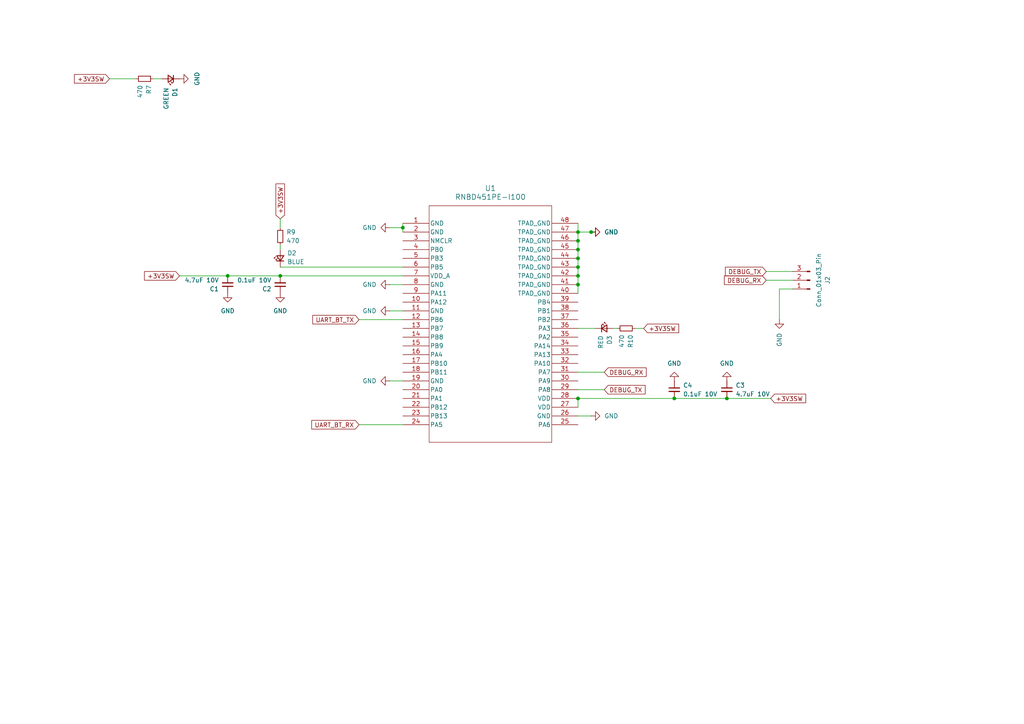
<source format=kicad_sch>
(kicad_sch (version 20231120) (generator "eeschema") (generator_version "8.0")
  (paper "A4")
  (lib_symbols
    (symbol "2024-11-13_15-26-32:RNBD451PE-I100" (pin_names (offset 0.254))
      (property "Reference" "U" (at 25.4 10.16 0))
      (property "Value" "RNBD451PE-I100" (at 25.4 7.62 0))
      (symbol "RNBD451PE-I100_1_1"
        (polyline (pts (xy 7.62 -63.5) (xy 43.18 -63.5)) (stroke (width 0.127)))
        (polyline (pts (xy 7.62 5.08) (xy 7.62 -63.5)) (stroke (width 0.127)))
        (polyline (pts (xy 43.18 -63.5) (xy 43.18 5.08)) (stroke (width 0.127)))
        (polyline (pts (xy 43.18 5.08) (xy 7.62 5.08)) (stroke (width 0.127)))
        (pin power_out line (at 0 0 0) (length 7.62) (name "GND") (number "1"))
        (pin bidirectional line (at 0 -22.86 0) (length 7.62) (name "PA12") (number "10"))
        (pin power_out line (at 0 -25.4 0) (length 7.62) (name "GND") (number "11"))
        (pin bidirectional line (at 0 -27.94 0) (length 7.62) (name "PB6") (number "12"))
        (pin bidirectional line (at 0 -30.48 0) (length 7.62) (name "PB7") (number "13"))
        (pin bidirectional line (at 0 -33.02 0) (length 7.62) (name "PB8") (number "14"))
        (pin bidirectional line (at 0 -35.56 0) (length 7.62) (name "PB9") (number "15"))
        (pin bidirectional line (at 0 -38.1 0) (length 7.62) (name "PA4") (number "16"))
        (pin bidirectional line (at 0 -40.64 0) (length 7.62) (name "PB10") (number "17"))
        (pin bidirectional line (at 0 -43.18 0) (length 7.62) (name "PB11") (number "18"))
        (pin power_out line (at 0 -45.72 0) (length 7.62) (name "GND") (number "19"))
        (pin power_out line (at 0 -2.54 0) (length 7.62) (name "GND") (number "2"))
        (pin bidirectional line (at 0 -48.26 0) (length 7.62) (name "PA0") (number "20"))
        (pin bidirectional line (at 0 -50.8 0) (length 7.62) (name "PA1") (number "21"))
        (pin bidirectional line (at 0 -53.34 0) (length 7.62) (name "PB12") (number "22"))
        (pin bidirectional line (at 0 -55.88 0) (length 7.62) (name "PB13") (number "23"))
        (pin bidirectional line (at 0 -58.42 0) (length 7.62) (name "PA5") (number "24"))
        (pin bidirectional line (at 50.8 -58.42 180) (length 7.62) (name "PA6") (number "25"))
        (pin power_out line (at 50.8 -55.88 180) (length 7.62) (name "GND") (number "26"))
        (pin power_in line (at 50.8 -53.34 180) (length 7.62) (name "VDD") (number "27"))
        (pin power_in line (at 50.8 -50.8 180) (length 7.62) (name "VDD") (number "28"))
        (pin bidirectional line (at 50.8 -48.26 180) (length 7.62) (name "PA8") (number "29"))
        (pin input line (at 0 -5.08 0) (length 7.62) (name "NMCLR") (number "3"))
        (pin bidirectional line (at 50.8 -45.72 180) (length 7.62) (name "PA9") (number "30"))
        (pin bidirectional line (at 50.8 -43.18 180) (length 7.62) (name "PA7") (number "31"))
        (pin bidirectional line (at 50.8 -40.64 180) (length 7.62) (name "PA10") (number "32"))
        (pin bidirectional line (at 50.8 -38.1 180) (length 7.62) (name "PA13") (number "33"))
        (pin bidirectional line (at 50.8 -35.56 180) (length 7.62) (name "PA14") (number "34"))
        (pin bidirectional line (at 50.8 -33.02 180) (length 7.62) (name "PA2") (number "35"))
        (pin bidirectional line (at 50.8 -30.48 180) (length 7.62) (name "PA3") (number "36"))
        (pin bidirectional line (at 50.8 -27.94 180) (length 7.62) (name "PB2") (number "37"))
        (pin bidirectional line (at 50.8 -25.4 180) (length 7.62) (name "PB1") (number "38"))
        (pin bidirectional line (at 50.8 -22.86 180) (length 7.62) (name "PB4") (number "39"))
        (pin bidirectional line (at 0 -7.62 0) (length 7.62) (name "PB0") (number "4"))
        (pin power_out line (at 50.8 -20.32 180) (length 7.62) (name "TPAD_GND") (number "40"))
        (pin power_out line (at 50.8 -17.78 180) (length 7.62) (name "TPAD_GND") (number "41"))
        (pin power_out line (at 50.8 -15.24 180) (length 7.62) (name "TPAD_GND") (number "42"))
        (pin power_out line (at 50.8 -12.7 180) (length 7.62) (name "TPAD_GND") (number "43"))
        (pin power_out line (at 50.8 -10.16 180) (length 7.62) (name "TPAD_GND") (number "44"))
        (pin power_out line (at 50.8 -7.62 180) (length 7.62) (name "TPAD_GND") (number "45"))
        (pin power_out line (at 50.8 -5.08 180) (length 7.62) (name "TPAD_GND") (number "46"))
        (pin power_out line (at 50.8 -2.54 180) (length 7.62) (name "TPAD_GND") (number "47"))
        (pin power_out line (at 50.8 0 180) (length 7.62) (name "TPAD_GND") (number "48"))
        (pin bidirectional line (at 0 -10.16 0) (length 7.62) (name "PB3") (number "5"))
        (pin bidirectional line (at 0 -12.7 0) (length 7.62) (name "PB5") (number "6"))
        (pin power_in line (at 0 -15.24 0) (length 7.62) (name "VDD_A") (number "7"))
        (pin power_out line (at 0 -17.78 0) (length 7.62) (name "GND") (number "8"))
        (pin bidirectional line (at 0 -20.32 0) (length 7.62) (name "PA11") (number "9"))
      )
    )
    (symbol "Connector:Conn_01x03_Pin" (pin_names (offset 1.016) hide)
      (property "Reference" "J" (at 0 5.08 0))
      (property "Value" "Conn_01x03_Pin" (at 0 -5.08 0))
      (symbol "Conn_01x03_Pin_1_1"
        (polyline (pts (xy 1.27 -2.54) (xy 0.8636 -2.54)) (stroke (width 0.1524)))
        (polyline (pts (xy 1.27 0) (xy 0.8636 0)) (stroke (width 0.1524)))
        (polyline (pts (xy 1.27 2.54) (xy 0.8636 2.54)) (stroke (width 0.1524)))
        (rectangle (start 0.8636 -2.413) (end 0 -2.667) (stroke (width 0.1524)) (fill (type outline)))
        (rectangle (start 0.8636 0.127) (end 0 -0.127) (stroke (width 0.1524)) (fill (type outline)))
        (rectangle (start 0.8636 2.667) (end 0 2.413) (stroke (width 0.1524)) (fill (type outline)))
        (pin passive line (at 5.08 2.54 180) (length 3.81) (name "Pin_1") (number "1"))
        (pin passive line (at 5.08 0 180) (length 3.81) (name "Pin_2") (number "2"))
        (pin passive line (at 5.08 -2.54 180) (length 3.81) (name "Pin_3") (number "3"))
      )
    )
    (symbol "Device:C_Small" (pin_numbers hide) (pin_names (offset 0.254) hide)
      (property "Reference" "C" (at 0.254 1.778 0))
      (property "Value" "C_Small" (at 0.254 -2.032 0))
      (symbol "C_Small_0_1"
        (polyline (pts (xy -1.524 -0.508) (xy 1.524 -0.508)) (stroke (width 0.3302)))
        (polyline (pts (xy -1.524 0.508) (xy 1.524 0.508)) (stroke (width 0.3048)))
      )
      (symbol "C_Small_1_1"
        (pin passive line (at 0 2.54 270) (length 2.032) (name "~") (number "1"))
        (pin passive line (at 0 -2.54 90) (length 2.032) (name "~") (number "2"))
      )
    )
    (symbol "Device:LED_Small" (pin_numbers hide) (pin_names (offset 0.254) hide)
      (property "Reference" "D" (at -1.27 3.175 0))
      (property "Value" "LED_Small" (at -4.445 -2.54 0))
      (symbol "LED_Small_0_1"
        (polyline (pts (xy -0.762 -1.016) (xy -0.762 1.016)) (stroke (width 0.254)))
        (polyline (pts (xy 1.016 0) (xy -0.762 0)))
        (polyline (pts (xy 0.762 -1.016) (xy -0.762 0) (xy 0.762 1.016) (xy 0.762 -1.016)) (stroke (width 0.254)))
        (polyline (pts (xy 0 0.762) (xy -0.508 1.27) (xy -0.254 1.27) (xy -0.508 1.27) (xy -0.508 1.016)))
        (polyline (pts (xy 0.508 1.27) (xy 0 1.778) (xy 0.254 1.778) (xy 0 1.778) (xy 0 1.524)))
      )
      (symbol "LED_Small_1_1"
        (pin passive line (at -2.54 0 0) (length 1.778) (name "K") (number "1"))
        (pin passive line (at 2.54 0 180) (length 1.778) (name "A") (number "2"))
      )
    )
    (symbol "Device:R_Small" (pin_numbers hide) (pin_names (offset 0.254) hide)
      (property "Reference" "R" (at 0.762 0.508 0))
      (property "Value" "R_Small" (at 0.762 -1.016 0))
      (symbol "R_Small_0_1"
        (rectangle (start -0.762 1.778) (end 0.762 -1.778) (stroke (width 0.2032)))
      )
      (symbol "R_Small_1_1"
        (pin passive line (at 0 2.54 270) (length 0.762) (name "~") (number "1"))
        (pin passive line (at 0 -2.54 90) (length 0.762) (name "~") (number "2"))
      )
    )
    (symbol "power:GND" (power) (pin_numbers hide) (pin_names (offset 0) hide)
      (property "Value" "GND" (at 0 -3.81 0))
      (symbol "GND_0_1"
        (polyline (pts (xy 0 0) (xy 0 -1.27) (xy 1.27 -1.27) (xy 0 -2.54) (xy -1.27 -1.27) (xy 0 -1.27)))
      )
      (symbol "GND_1_1"
        (pin power_in line (at 0 0 270) (length 0) (name "~") (number "1"))
      )
    )
  )
  (junction (at 66.04 80.01))
  (junction (at 167.64 115.57))
  (junction (at 167.64 69.85))
  (junction (at 171.45 67.31))
  (junction (at 210.82 115.57))
  (junction (at 116.84 66.04))
  (junction (at 167.64 77.47))
  (junction (at 167.64 74.93))
  (junction (at 167.64 72.39))
  (junction (at 81.28 80.01))
  (junction (at 167.64 82.55))
  (junction (at 167.64 80.01))
  (junction (at 167.64 67.31))
  (junction (at 195.58 115.57))
  (wire (pts (xy 167.64 80.01) (xy 167.64 82.55)))
  (wire (pts (xy 167.64 74.93) (xy 167.64 77.47)))
  (wire (pts (xy 116.84 64.77) (xy 116.84 66.04)))
  (wire (pts (xy 113.03 66.04) (xy 116.84 66.04)))
  (wire (pts (xy 104.14 92.71) (xy 116.84 92.71)))
  (wire (pts (xy 113.03 82.55) (xy 116.84 82.55)))
  (wire (pts (xy 167.64 67.31) (xy 167.64 69.85)))
  (wire (pts (xy 52.07 80.01) (xy 66.04 80.01)))
  (wire (pts (xy 116.84 77.47) (xy 81.28 77.47)))
  (wire (pts (xy 229.87 83.82) (xy 226.06 83.82)))
  (wire (pts (xy 167.64 113.03) (xy 175.26 113.03)))
  (wire (pts (xy 167.64 72.39) (xy 167.64 74.93)))
  (wire (pts (xy 104.14 123.19) (xy 116.84 123.19)))
  (wire (pts (xy 31.75 22.86) (xy 39.37 22.86)))
  (wire (pts (xy 171.45 120.65) (xy 167.64 120.65)))
  (wire (pts (xy 66.04 80.01) (xy 81.28 80.01)))
  (wire (pts (xy 113.03 110.49) (xy 116.84 110.49)))
  (wire (pts (xy 167.64 64.77) (xy 167.64 67.31)))
  (wire (pts (xy 167.64 77.47) (xy 167.64 80.01)))
  (wire (pts (xy 229.87 78.74) (xy 222.25 78.74)))
  (wire (pts (xy 167.64 115.57) (xy 167.64 118.11)))
  (wire (pts (xy 113.03 90.17) (xy 116.84 90.17)))
  (wire (pts (xy 46.99 22.86) (xy 44.45 22.86)))
  (wire (pts (xy 210.82 115.57) (xy 195.58 115.57)))
  (wire (pts (xy 167.64 82.55) (xy 167.64 85.09)))
  (wire (pts (xy 116.84 66.04) (xy 116.84 67.31)))
  (wire (pts (xy 81.28 71.12) (xy 81.28 72.39)))
  (wire (pts (xy 167.64 69.85) (xy 167.64 72.39)))
  (wire (pts (xy 226.06 83.82) (xy 226.06 92.71)))
  (wire (pts (xy 81.28 63.5) (xy 81.28 66.04)))
  (wire (pts (xy 167.64 107.95) (xy 175.26 107.95)))
  (wire (pts (xy 223.52 115.57) (xy 210.82 115.57)))
  (wire (pts (xy 81.28 80.01) (xy 116.84 80.01)))
  (wire (pts (xy 179.07 95.25) (xy 177.8 95.25)))
  (wire (pts (xy 229.87 81.28) (xy 222.25 81.28)))
  (wire (pts (xy 167.64 67.31) (xy 171.45 67.31)))
  (wire (pts (xy 167.64 95.25) (xy 172.72 95.25)))
  (wire (pts (xy 186.69 95.25) (xy 184.15 95.25)))
  (wire (pts (xy 195.58 115.57) (xy 167.64 115.57)))
  (global_label "DEBUG_TX" (shape input) (at 175.26 113.03 0) (property "Intersheetrefs" "${INTERSHEET_REFS}" (effects (hide yes))))
  (global_label "DEBUG_RX" (shape input) (at 222.25 81.28 180) (property "Intersheetrefs" "${INTERSHEET_REFS}" (effects (hide yes))))
  (global_label "+3V3SW" (shape input) (at 186.69 95.25 0) (property "Intersheetrefs" "${INTERSHEET_REFS}" (effects (hide yes))))
  (global_label "+3V3SW" (shape input) (at 223.52 115.57 0) (property "Intersheetrefs" "${INTERSHEET_REFS}" (effects (hide yes))))
  (global_label "UART_BT_RX" (shape input) (at 104.14 123.19 180) (property "Intersheetrefs" "${INTERSHEET_REFS}" (effects (hide yes))))
  (global_label "+3V3SW" (shape input) (at 52.07 80.01 180) (property "Intersheetrefs" "${INTERSHEET_REFS}" (effects (hide yes))))
  (global_label "UART_BT_TX" (shape input) (at 104.14 92.71 180) (property "Intersheetrefs" "${INTERSHEET_REFS}" (effects (hide yes))))
  (global_label "DEBUG_RX" (shape input) (at 175.26 107.95 0) (property "Intersheetrefs" "${INTERSHEET_REFS}" (effects (hide yes))))
  (global_label "+3V3SW" (shape input) (at 81.28 63.5 90) (property "Intersheetrefs" "${INTERSHEET_REFS}" (effects (hide yes))))
  (global_label "+3V3SW" (shape input) (at 31.75 22.86 180) (property "Intersheetrefs" "${INTERSHEET_REFS}" (effects (hide yes))))
  (global_label "DEBUG_TX" (shape input) (at 222.25 78.74 180) (property "Intersheetrefs" "${INTERSHEET_REFS}" (effects (hide yes))))
  (symbol (lib_id "Device:C_Small") (at 210.82 113.03 0) (unit 1)
    (property "Reference" "C3" (at 213.36 111.7662 0) (effects (justify left)))
    (property "Value" "4.7uF 10V" (at 213.36 114.3062 0) (effects (justify left)))
    (property "Footprint" "Capacitor_SMD:C_0603_1608Metric" (effects (hide yes)))
    (property "Description" "Unpolarized capacitor, small symbol" (effects (hide yes)))
  )
  (symbol (lib_id "power:GND") (at 171.45 120.65 90) (unit 1)
    (property "Reference" "#PWR019" (effects (hide yes)))
    (property "Value" "GND" (at 175.26 120.6501 90) (effects (justify right)))
    (property "Description" "Power symbol creates a global label with name \"GND\" , ground" (effects (hide yes)))
  )
  (symbol (lib_id "power:GND") (at 81.28 85.09 0) (unit 1)
    (property "Reference" "#PWR032" (effects (hide yes)))
    (property "Value" "GND" (at 81.28 90.17 0))
    (property "Description" "Power symbol creates a global label with name \"GND\" , ground" (effects (hide yes)))
  )
  (symbol (lib_id "power:GND") (at 113.03 90.17 270) (unit 1)
    (property "Reference" "#PWR017" (effects (hide yes)))
    (property "Value" "GND" (at 109.22 90.1699 90) (effects (justify right)))
    (property "Description" "Power symbol creates a global label with name \"GND\" , ground" (effects (hide yes)))
  )
  (symbol (lib_id "power:GND") (at 66.04 85.09 0) (unit 1)
    (property "Reference" "#PWR031" (effects (hide yes)))
    (property "Value" "GND" (at 66.04 90.17 0))
    (property "Description" "Power symbol creates a global label with name \"GND\" , ground" (effects (hide yes)))
  )
  (symbol (lib_id "power:GND") (at 195.58 110.49 180) (unit 1)
    (property "Reference" "#PWR035" (effects (hide yes)))
    (property "Value" "GND" (at 195.58 105.41 0))
    (property "Description" "Power symbol creates a global label with name \"GND\" , ground" (effects (hide yes)))
  )
  (symbol (lib_id "Device:C_Small") (at 195.58 113.03 0) (unit 1)
    (property "Reference" "C4" (at 198.12 111.7662 0) (effects (justify left)))
    (property "Value" "0.1uF 10V" (at 198.12 114.3062 0) (effects (justify left)))
    (property "Footprint" "Capacitor_SMD:C_0402_1005Metric" (effects (hide yes)))
    (property "Description" "Unpolarized capacitor, small symbol" (effects (hide yes)))
  )
  (symbol (lib_id "power:GND") (at 171.45 67.31 90) (unit 1)
    (property "Reference" "#PWR015" (effects (hide yes)))
    (property "Value" "GND" (at 175.26 67.3099 90) (effects (justify right)))
    (property "Description" "Power symbol creates a global label with name \"GND\" , ground" (effects (hide yes)))
  )
  (symbol (lib_id "Connector:Conn_01x03_Pin") (at 234.95 81.28 180) (unit 1)
    (property "Reference" "J2" (at 240.03 81.28 90))
    (property "Value" "Conn_01x03_Pin" (at 237.49 81.28 90))
    (property "Footprint" "Connector_PinHeader_2.54mm:PinHeader_1x03_P2.54mm_Vertical" (effects (hide yes)))
    (property "Description" "Generic connector, single row, 01x03, script generated" (effects (hide yes)))
  )
  (symbol (lib_id "power:GND") (at 226.06 92.71 0) (unit 1)
    (property "Reference" "#PWR030" (effects (hide yes)))
    (property "Value" "GND" (at 226.0601 96.52 90) (effects (justify right)))
    (property "Description" "Power symbol creates a global label with name \"GND\" , ground" (effects (hide yes)))
  )
  (symbol (lib_id "power:GND") (at 171.45 67.31 90) (unit 1)
    (property "Reference" "#PWR014" (effects (hide yes)))
    (property "Value" "GND" (at 175.26 67.3099 90) (effects (justify right)))
    (property "Description" "Power symbol creates a global label with name \"GND\" , ground" (effects (hide yes)))
  )
  (symbol (lib_id "Device:C_Small") (at 66.04 82.55 180) (unit 1)
    (property "Reference" "C1" (at 63.5 83.8138 0) (effects (justify left)))
    (property "Value" "4.7uF 10V" (at 63.5 81.2738 0) (effects (justify left)))
    (property "Footprint" "Capacitor_SMD:C_0603_1608Metric" (effects (hide yes)))
    (property "Description" "Unpolarized capacitor, small symbol" (effects (hide yes)))
  )
  (symbol (lib_id "Device:LED_Small") (at 81.28 74.93 90) (unit 1)
    (property "Reference" "D2" (at 83.312 73.406 90) (effects (justify right)))
    (property "Value" "BLUE" (at 83.312 75.946 90) (effects (justify right)))
    (property "Footprint" "LED_SMD:LED_0402_1005Metric" (effects (hide yes)))
    (property "Description" "Light emitting diode, small symbol" (effects (hide yes)))
  )
  (symbol (lib_id "power:GND") (at 210.82 110.49 180) (unit 1)
    (property "Reference" "#PWR034" (effects (hide yes)))
    (property "Value" "GND" (at 210.82 105.41 0))
    (property "Description" "Power symbol creates a global label with name \"GND\" , ground" (effects (hide yes)))
  )
  (symbol (lib_id "power:GND") (at 113.03 82.55 270) (unit 1)
    (property "Reference" "#PWR020" (effects (hide yes)))
    (property "Value" "GND" (at 109.22 82.5499 90) (effects (justify right)))
    (property "Description" "Power symbol creates a global label with name \"GND\" , ground" (effects (hide yes)))
  )
  (symbol (lib_id "Device:LED_Small") (at 49.53 22.86 180) (unit 1)
    (property "Reference" "D1" (at 50.7366 25.4 90) (effects (justify left)))
    (property "Value" "GREEN" (at 48.1966 25.4 90) (effects (justify left)))
    (property "Footprint" "LED_SMD:LED_0402_1005Metric" (effects (hide yes)))
    (property "Description" "Light emitting diode, small symbol" (effects (hide yes)))
  )
  (symbol (lib_id "power:GND") (at 113.03 66.04 270) (unit 1)
    (property "Reference" "#PWR016" (effects (hide yes)))
    (property "Value" "GND" (at 109.22 66.0399 90) (effects (justify right)))
    (property "Description" "Power symbol creates a global label with name \"GND\" , ground" (effects (hide yes)))
  )
  (symbol (lib_id "2024-11-13_15-26-32:RNBD451PE-I100") (at 116.84 64.77 0) (unit 1)
    (property "Reference" "U1" (at 142.24 54.61 0) (effects (font (size 1.524 1.524))))
    (property "Value" "RNBD451PE-I100" (at 142.24 57.15 0) (effects (font (size 1.524 1.524))))
    (property "Footprint" "footprints:MOD39_15p5X20p7X2p8_ZSX_MCH" (effects (hide yes)))
    (property "Datasheet" "RNBD451PE-I100" (effects (hide yes)))
  )
  (symbol (lib_id "Device:C_Small") (at 81.28 82.55 180) (unit 1)
    (property "Reference" "C2" (at 78.74 83.8138 0) (effects (justify left)))
    (property "Value" "0.1uF 10V" (at 78.74 81.2738 0) (effects (justify left)))
    (property "Footprint" "Capacitor_SMD:C_0402_1005Metric" (effects (hide yes)))
    (property "Description" "Unpolarized capacitor, small symbol" (effects (hide yes)))
  )
  (symbol (lib_id "Device:R_Small") (at 181.61 95.25 270) (unit 1)
    (property "Reference" "R10" (at 182.88 97.028 0) (effects (justify left)))
    (property "Value" "470" (at 180.34 97.028 0) (effects (justify left)))
    (property "Footprint" "Resistor_SMD:R_0402_1005Metric" (effects (hide yes)))
    (property "Description" "Resistor, small symbol" (effects (hide yes)))
  )
  (symbol (lib_id "Device:LED_Small") (at 175.26 95.25 0) (unit 1)
    (property "Reference" "D3" (at 176.784 97.282 90) (effects (justify right)))
    (property "Value" "RED" (at 174.244 97.282 90) (effects (justify right)))
    (property "Footprint" "LED_SMD:LED_0402_1005Metric" (effects (hide yes)))
    (property "Description" "Light emitting diode, small symbol" (effects (hide yes)))
  )
  (symbol (lib_id "Device:R_Small") (at 41.91 22.86 270) (unit 1)
    (property "Reference" "R7" (at 43.18 24.638 0) (effects (justify left)))
    (property "Value" "470" (at 40.64 24.638 0) (effects (justify left)))
    (property "Footprint" "Resistor_SMD:R_0402_1005Metric" (effects (hide yes)))
    (property "Description" "Resistor, small symbol" (effects (hide yes)))
  )
  (symbol (lib_id "power:GND") (at 52.07 22.86 90) (unit 1)
    (property "Reference" "#PWR033" (effects (hide yes)))
    (property "Value" "GND" (at 57.15 22.86 0))
    (property "Description" "Power symbol creates a global label with name \"GND\" , ground" (effects (hide yes)))
  )
  (symbol (lib_id "power:GND") (at 113.03 110.49 270) (unit 1)
    (property "Reference" "#PWR018" (effects (hide yes)))
    (property "Value" "GND" (at 109.22 110.4899 90) (effects (justify right)))
    (property "Description" "Power symbol creates a global label with name \"GND\" , ground" (effects (hide yes)))
  )
  (symbol (lib_id "Device:R_Small") (at 81.28 68.58 0) (unit 1)
    (property "Reference" "R9" (at 83.058 67.31 0) (effects (justify left)))
    (property "Value" "470" (at 83.058 69.85 0) (effects (justify left)))
    (property "Footprint" "Resistor_SMD:R_0402_1005Metric" (effects (hide yes)))
    (property "Description" "Resistor, small symbol" (effects (hide yes)))
  )
)
</source>
